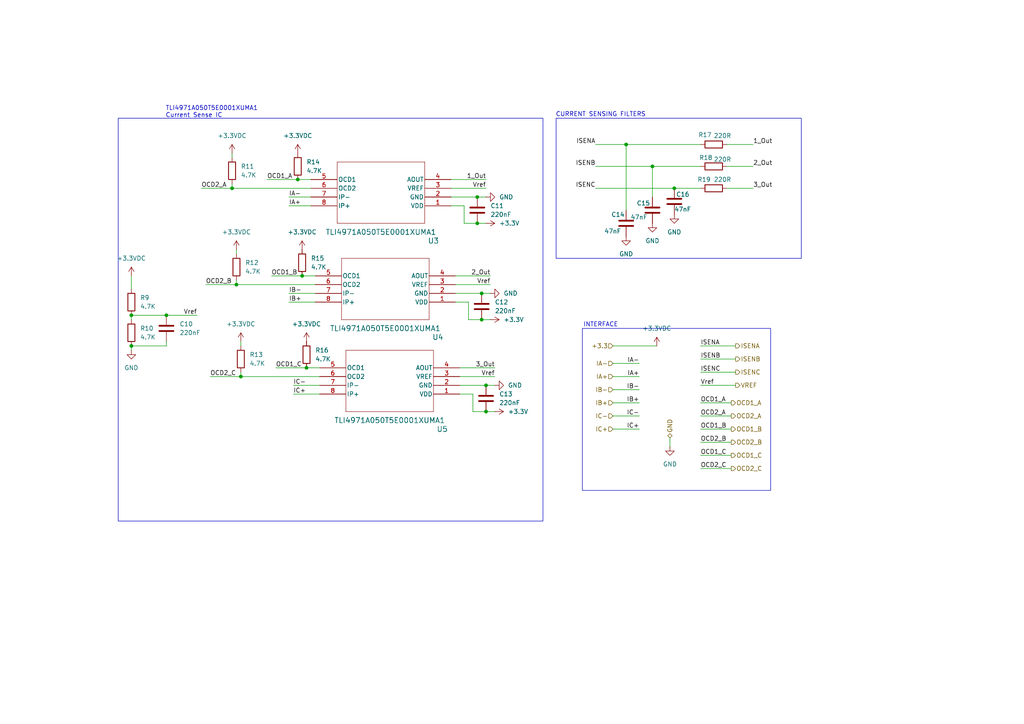
<source format=kicad_sch>
(kicad_sch (version 20250114) (generator "eeschema") (generator_version "9.0")
  (paper "A4")
  (title_block (date "2025-04-19") (rev "1"))
  (lib_symbols
    (symbol "Current Sense TLI4971A:TLI4971A120T5UE0001XUMA1" (pin_names (offset 0.254))
      (property "Reference" "U" (at 20.32 10.16 0))
      (property "Value" "TLI4971A120T5UE0001XUMA1" (at 20.32 7.62 0))
      (symbol "TLI4971A120T5UE0001XUMA1_0_1"
        (polyline (pts (xy 7.62 5.08) (xy 7.62 -12.7)) (stroke (width 0.127)))
        (polyline (pts (xy 7.62 -12.7) (xy 33.02 -12.7)) (stroke (width 0.127)))
        (polyline (pts (xy 33.02 5.08) (xy 7.62 5.08)) (stroke (width 0.127)))
        (polyline (pts (xy 33.02 -12.7) (xy 33.02 5.08)) (stroke (width 0.127)))
        (pin power_in line (at 0 0 0) (length 7.62) (name "VDD") (number "1"))
        (pin power_in line (at 0 -2.54 0) (length 7.62) (name "GND") (number "2"))
        (pin power_in line (at 0 -5.08 0) (length 7.62) (name "VREF") (number "3"))
        (pin output line (at 0 -7.62 0) (length 7.62) (name "AOUT") (number "4"))
        (pin power_in line (at 40.64 0 180) (length 7.62) (name "IP+") (number "8"))
        (pin power_in line (at 40.64 -2.54 180) (length 7.62) (name "IP-") (number "7"))
        (pin output line (at 40.64 -5.08 180) (length 7.62) (name "OCD2") (number "6"))
        (pin output line (at 40.64 -7.62 180) (length 7.62) (name "OCD1") (number "5"))
      )
    )
    (symbol "Device:C" (pin_numbers (hide yes)) (pin_names (offset 0.254))
      (property "Reference" "C" (at 0.635 2.54 0))
      (property "Value" "C" (at 0.635 -2.54 0))
      (symbol "C_0_1"
        (polyline (pts (xy -2.032 0.762) (xy 2.032 0.762)) (stroke (width 0.508)))
        (polyline (pts (xy -2.032 -0.762) (xy 2.032 -0.762)) (stroke (width 0.508)))
      )
      (symbol "C_1_1"
        (pin passive line (at 0 3.81 270) (length 2.794) (name "~") (number "1"))
        (pin passive line (at 0 -3.81 90) (length 2.794) (name "~") (number "2"))
      )
    )
    (symbol "Device:R" (pin_numbers (hide yes)) (pin_names (offset 0))
      (property "Reference" "R" (at 2.032 0 90))
      (property "Value" "R" (at 0 0 90))
      (symbol "R_0_1"
        (rectangle (start -1.016 -2.54) (end 1.016 2.54) (stroke (width 0.254)))
      )
      (symbol "R_1_1"
        (pin passive line (at 0 3.81 270) (length 1.27) (name "~") (number "1"))
        (pin passive line (at 0 -3.81 90) (length 1.27) (name "~") (number "2"))
      )
    )
    (symbol "power:+3.3V" (power) (pin_numbers (hide yes)) (pin_names (offset 0) (hide yes))
      (property "Value" "+3.3V" (at 0 3.556 0))
      (symbol "+3.3V_0_1"
        (polyline (pts (xy -0.762 1.27) (xy 0 2.54)))
        (polyline (pts (xy 0 2.54) (xy 0.762 1.27)))
        (polyline (pts (xy 0 0) (xy 0 2.54)))
      )
      (symbol "+3.3V_1_1"
        (pin power_in line (at 0 0 90) (length 0) (name "~") (number "1"))
      )
    )
    (symbol "power:GND" (power) (pin_numbers (hide yes)) (pin_names (offset 0) (hide yes))
      (property "Value" "GND" (at 0 -3.81 0))
      (symbol "GND_0_1"
        (polyline (pts (xy 0 0) (xy 0 -1.27) (xy 1.27 -1.27) (xy 0 -2.54) (xy -1.27 -1.27) (xy 0 -1.27)))
      )
      (symbol "GND_1_1"
        (pin power_in line (at 0 0 270) (length 0) (name "~") (number "1"))
      )
    )
  )
  (rectangle (start 168.91 95.25) (end 223.52 142.24))
  (rectangle (start 161.29 34.29) (end 232.41 74.93))
  (rectangle (start 34.29 34.29) (end 157.48 151.13))
  (text "CURRENT SENSING FILTERS" (at 174.244 33.274 0) (effects (font (size 1.27 1.27))))
  (text "INTERFACE" (at 174.244 94.234 0) (effects (font (size 1.27 1.27))))
  (text "TLI4971A050T5E0001XUMA1\nCurrent Sense IC" (at 48.006 32.512 0) (effects (font (size 1.27 1.27)) (justify left)))
  (junction (at 67.31 54.61))
  (junction (at 38.1 91.44))
  (junction (at 140.97 119.38))
  (junction (at 138.43 64.77))
  (junction (at 140.97 111.76))
  (junction (at 87.63 80.01))
  (junction (at 139.7 92.71))
  (junction (at 195.58 54.61))
  (junction (at 68.58 82.55))
  (junction (at 88.9 106.68))
  (junction (at 189.23 48.26))
  (junction (at 86.36 52.07))
  (junction (at 139.7 85.09))
  (junction (at 69.85 109.22))
  (junction (at 138.43 57.15))
  (junction (at 48.26 91.44))
  (junction (at 38.1 100.33))
  (junction (at 181.61 41.91))
  (wire (pts (xy 133.35 106.68) (xy 143.51 106.68)))
  (wire (pts (xy 181.61 41.91) (xy 181.61 60.96)))
  (wire (pts (xy 134.62 59.69) (xy 130.81 59.69)))
  (wire (pts (xy 67.31 54.61) (xy 90.17 54.61)))
  (wire (pts (xy 92.71 111.76) (xy 85.09 111.76)))
  (wire (pts (xy 210.82 54.61) (xy 218.44 54.61)))
  (wire (pts (xy 185.42 120.65) (xy 177.8 120.65)))
  (wire (pts (xy 143.51 111.76) (xy 140.97 111.76)))
  (wire (pts (xy 132.08 80.01) (xy 142.24 80.01)))
  (wire (pts (xy 77.47 52.07) (xy 86.36 52.07)))
  (wire (pts (xy 69.85 107.95) (xy 69.85 109.22)))
  (wire (pts (xy 138.43 64.77) (xy 134.62 64.77)))
  (wire (pts (xy 189.23 48.26) (xy 189.23 57.15)))
  (wire (pts (xy 83.82 87.63) (xy 91.44 87.63)))
  (wire (pts (xy 172.72 48.26) (xy 189.23 48.26)))
  (wire (pts (xy 38.1 100.33) (xy 38.1 101.6)))
  (wire (pts (xy 130.81 52.07) (xy 140.97 52.07)))
  (wire (pts (xy 68.58 81.28) (xy 68.58 82.55)))
  (wire (pts (xy 210.82 41.91) (xy 218.44 41.91)))
  (wire (pts (xy 38.1 91.44) (xy 48.26 91.44)))
  (wire (pts (xy 142.24 92.71) (xy 139.7 92.71)))
  (wire (pts (xy 203.2 116.84) (xy 212.09 116.84)))
  (wire (pts (xy 142.24 85.09) (xy 139.7 85.09)))
  (wire (pts (xy 142.24 82.55) (xy 132.08 82.55)))
  (wire (pts (xy 90.17 59.69) (xy 83.82 59.69)))
  (wire (pts (xy 90.17 57.15) (xy 83.82 57.15)))
  (wire (pts (xy 177.8 100.33) (xy 190.5 100.33)))
  (wire (pts (xy 140.97 54.61) (xy 130.81 54.61)))
  (wire (pts (xy 137.16 119.38) (xy 137.16 114.3)))
  (wire (pts (xy 134.62 64.77) (xy 134.62 59.69)))
  (wire (pts (xy 85.09 114.3) (xy 92.71 114.3)))
  (wire (pts (xy 91.44 80.01) (xy 87.63 80.01)))
  (wire (pts (xy 213.36 100.33) (xy 203.2 100.33)))
  (wire (pts (xy 185.42 116.84) (xy 177.8 116.84)))
  (wire (pts (xy 68.58 72.39) (xy 68.58 73.66)))
  (wire (pts (xy 185.42 105.41) (xy 177.8 105.41)))
  (wire (pts (xy 59.69 82.55) (xy 68.58 82.55)))
  (wire (pts (xy 203.2 132.08) (xy 212.09 132.08)))
  (wire (pts (xy 69.85 99.06) (xy 69.85 100.33)))
  (wire (pts (xy 140.97 111.76) (xy 133.35 111.76)))
  (wire (pts (xy 135.89 92.71) (xy 135.89 87.63)))
  (wire (pts (xy 143.51 109.22) (xy 133.35 109.22)))
  (wire (pts (xy 58.42 54.61) (xy 67.31 54.61)))
  (wire (pts (xy 185.42 109.22) (xy 177.8 109.22)))
  (wire (pts (xy 137.16 114.3) (xy 133.35 114.3)))
  (wire (pts (xy 67.31 53.34) (xy 67.31 54.61)))
  (wire (pts (xy 203.2 111.76) (xy 213.36 111.76)))
  (wire (pts (xy 140.97 57.15) (xy 138.43 57.15)))
  (wire (pts (xy 143.51 119.38) (xy 140.97 119.38)))
  (wire (pts (xy 140.97 119.38) (xy 137.16 119.38)))
  (wire (pts (xy 48.26 99.06) (xy 48.26 100.33)))
  (wire (pts (xy 80.01 106.68) (xy 88.9 106.68)))
  (wire (pts (xy 203.2 135.89) (xy 212.09 135.89)))
  (wire (pts (xy 48.26 91.44) (xy 57.15 91.44)))
  (wire (pts (xy 68.58 82.55) (xy 91.44 82.55)))
  (wire (pts (xy 172.72 54.61) (xy 195.58 54.61)))
  (wire (pts (xy 69.85 109.22) (xy 92.71 109.22)))
  (wire (pts (xy 78.74 80.01) (xy 87.63 80.01)))
  (wire (pts (xy 203.2 48.26) (xy 189.23 48.26)))
  (wire (pts (xy 213.36 107.95) (xy 203.2 107.95)))
  (wire (pts (xy 203.2 124.46) (xy 212.09 124.46)))
  (wire (pts (xy 139.7 85.09) (xy 132.08 85.09)))
  (wire (pts (xy 92.71 106.68) (xy 88.9 106.68)))
  (wire (pts (xy 140.97 64.77) (xy 138.43 64.77)))
  (wire (pts (xy 213.36 104.14) (xy 203.2 104.14)))
  (wire (pts (xy 38.1 80.01) (xy 38.1 83.82)))
  (wire (pts (xy 67.31 44.45) (xy 67.31 45.72)))
  (wire (pts (xy 139.7 92.71) (xy 135.89 92.71)))
  (wire (pts (xy 203.2 120.65) (xy 212.09 120.65)))
  (wire (pts (xy 210.82 48.26) (xy 218.44 48.26)))
  (wire (pts (xy 194.31 127) (xy 194.31 129.54)))
  (wire (pts (xy 38.1 91.44) (xy 38.1 92.71)))
  (wire (pts (xy 185.42 124.46) (xy 177.8 124.46)))
  (wire (pts (xy 90.17 52.07) (xy 86.36 52.07)))
  (wire (pts (xy 203.2 128.27) (xy 212.09 128.27)))
  (wire (pts (xy 172.72 41.91) (xy 181.61 41.91)))
  (wire (pts (xy 135.89 87.63) (xy 132.08 87.63)))
  (wire (pts (xy 203.2 41.91) (xy 181.61 41.91)))
  (wire (pts (xy 83.82 85.09) (xy 91.44 85.09)))
  (wire (pts (xy 185.42 113.03) (xy 177.8 113.03)))
  (wire (pts (xy 38.1 100.33) (xy 48.26 100.33)))
  (wire (pts (xy 138.43 57.15) (xy 130.81 57.15)))
  (wire (pts (xy 195.58 54.61) (xy 203.2 54.61)))
  (wire (pts (xy 60.96 109.22) (xy 69.85 109.22)))
  (label "OCD2_A" (at 58.42 54.61 0))
  (label "OCD2_B" (at 203.2 128.27 0))
  (label "OCD2_A" (at 203.2 120.65 0))
  (label "OCD2_B" (at 59.69 82.55 0))
  (label "OCD1_C" (at 80.01 106.68 0))
  (label "Vref" (at 203.2 111.76 0))
  (label "Vref" (at 57.15 91.44 180))
  (label "IB-" (at 185.42 113.03 180))
  (label "IA-" (at 185.42 105.41 180))
  (label "OCD1_A" (at 77.47 52.07 0))
  (label "Vref" (at 142.24 82.55 180))
  (label "OCD2_C" (at 60.96 109.22 0))
  (label "3_Out" (at 143.51 106.68 180))
  (label "IA+" (at 185.42 109.22 180))
  (label "ISENB" (at 172.72 48.26 180))
  (label "OCD1_B" (at 78.74 80.01 0))
  (label "OCD1_B" (at 203.2 124.46 0))
  (label "2_Out" (at 218.44 48.26 0))
  (label "OCD2_C" (at 203.2 135.89 0))
  (label "1_Out" (at 140.97 52.07 180))
  (label "IC+" (at 185.42 124.46 180))
  (label "IA-" (at 83.82 57.15 0))
  (label "ISENB" (at 203.2 104.14 0))
  (label "OCD1_C" (at 203.2 132.08 0))
  (label "IB+" (at 83.82 87.63 0))
  (label "ISENA" (at 203.2 100.33 0))
  (label "IB-" (at 83.82 85.09 0))
  (label "3_Out" (at 218.44 54.61 0))
  (label "ISENA" (at 172.72 41.91 180))
  (label "Vref" (at 143.51 109.22 180))
  (label "IC+" (at 85.09 114.3 0))
  (label "ISENC" (at 203.2 107.95 0))
  (label "IC-" (at 85.09 111.76 0))
  (label "1_Out" (at 218.44 41.91 0))
  (label "IA+" (at 83.82 59.69 0))
  (label "OCD1_A" (at 203.2 116.84 0))
  (label "Vref" (at 140.97 54.61 180))
  (label "ISENC" (at 172.72 54.61 180))
  (label "IC-" (at 185.42 120.65 180))
  (label "2_Out" (at 142.24 80.01 180))
  (label "IB+" (at 185.42 116.84 180))
  (hierarchical_label "ISENB" (shape output) (at 213.36 104.14 0))
  (hierarchical_label "VREF" (shape output) (at 213.36 111.76 0))
  (hierarchical_label "IB+" (shape input) (at 177.8 116.84 180))
  (hierarchical_label "IC-" (shape input) (at 177.8 120.65 180))
  (hierarchical_label "IC+" (shape input) (at 177.8 124.46 180))
  (hierarchical_label "OCD1_C" (shape output) (at 212.09 132.08 0))
  (hierarchical_label "OCD2_B" (shape output) (at 212.09 128.27 0))
  (hierarchical_label "OCD1_B" (shape output) (at 212.09 124.46 0))
  (hierarchical_label "OCD2_C" (shape output) (at 212.09 135.89 0))
  (hierarchical_label "IA-" (shape input) (at 177.8 105.41 180))
  (hierarchical_label "IB-" (shape input) (at 177.8 113.03 180))
  (hierarchical_label "ISENA" (shape output) (at 213.36 100.33 0))
  (hierarchical_label "OCD2_A" (shape output) (at 212.09 120.65 0))
  (hierarchical_label "GND" (shape bidirectional) (at 194.31 127 90))
  (hierarchical_label "IA+" (shape input) (at 177.8 109.22 180))
  (hierarchical_label "ISENC" (shape output) (at 213.36 107.95 0))
  (hierarchical_label "+3.3" (shape input) (at 177.8 100.33 180))
  (hierarchical_label "OCD1_A" (shape output) (at 212.09 116.84 0))
  (symbol (lib_id "Device:R") (at 86.36 48.26 0) (unit 1)
    (property "Reference" "R14" (at 88.9 46.9899 0) (effects (justify left)))
    (property "Value" "4.7K" (at 88.9 49.5299 0) (effects (justify left)))
    (property "Footprint" "Resistor_SMD:R_0805_2012Metric" (effects (hide yes)))
    (property "Description" "Resistor" (effects (hide yes)))
    (property "Part Number" "CRCW08054K70FKEAC" (effects (hide yes)))
  )
  (symbol (lib_id "Device:C") (at 181.61 64.77 0) (unit 1)
    (property "Reference" "C14" (at 177.292 62.23 0) (effects (justify left)))
    (property "Value" "47nF" (at 175.26 67.056 0) (effects (justify left)))
    (property "Footprint" "Capacitor_SMD:C_0805_2012Metric" (effects (hide yes)))
    (property "Description" "CAP CER 50V" (effects (hide yes)))
    (property "Part Number" "C0805C473K5RACTU" (effects (hide yes)))
  )
  (symbol (lib_id "power:+3.3V") (at 68.58 72.39 0) (unit 1)
    (property "Reference" "#PWR033" (effects (hide yes)))
    (property "Value" "+3.3VDC" (at 68.58 67.31 0))
    (property "Description" "Power symbol creates a global label with name \"+3.3V\"" (effects (hide yes)))
  )
  (symbol (lib_id "power:GND") (at 143.51 111.76 90) (unit 1)
    (property "Reference" "#PWR045" (effects (hide yes)))
    (property "Value" "GND" (at 147.32 111.7601 90) (effects (justify right)))
    (property "Description" "Power symbol creates a global label with name \"GND\" , ground" (effects (hide yes)))
  )
  (symbol (lib_id "power:+3.3V") (at 86.36 44.45 0) (unit 1)
    (property "Reference" "#PWR038" (effects (hide yes)))
    (property "Value" "+3.3VDC" (at 86.36 39.37 0))
    (property "Description" "Power symbol creates a global label with name \"+3.3V\"" (effects (hide yes)))
  )
  (symbol (lib_id "power:+3.3V") (at 142.24 92.71 270) (unit 1)
    (property "Reference" "#PWR044" (effects (hide yes)))
    (property "Value" "+3.3V" (at 146.05 92.7099 90) (effects (justify left)))
    (property "Description" "Power symbol creates a global label with name \"+3.3V\"" (effects (hide yes)))
  )
  (symbol (lib_id "power:+3.3V") (at 190.5 100.33 0) (unit 1)
    (property "Reference" "#PWR040" (effects (hide yes)))
    (property "Value" "+3.3VDC" (at 190.5 95.25 0))
    (property "Description" "Power symbol creates a global label with name \"+3.3V\"" (effects (hide yes)))
  )
  (symbol (lib_id "power:+3.3V") (at 87.63 72.39 0) (unit 1)
    (property "Reference" "#PWR036" (effects (hide yes)))
    (property "Value" "+3.3VDC" (at 87.63 67.31 0))
    (property "Description" "Power symbol creates a global label with name \"+3.3V\"" (effects (hide yes)))
  )
  (symbol (lib_id "Device:R") (at 88.9 102.87 0) (unit 1)
    (property "Reference" "R16" (at 91.44 101.5999 0) (effects (justify left)))
    (property "Value" "4.7K" (at 91.44 104.1399 0) (effects (justify left)))
    (property "Footprint" "Resistor_SMD:R_0805_2012Metric" (effects (hide yes)))
    (property "Description" "Resistor" (effects (hide yes)))
    (property "Part Number" "CRCW08054K70FKEAC" (effects (hide yes)))
  )
  (symbol (lib_id "power:+3.3V") (at 67.31 44.45 0) (unit 1)
    (property "Reference" "#PWR035" (effects (hide yes)))
    (property "Value" "+3.3VDC" (at 67.31 39.37 0))
    (property "Description" "Power symbol creates a global label with name \"+3.3V\"" (effects (hide yes)))
  )
  (symbol (lib_id "power:GND") (at 181.61 68.58 0) (unit 1)
    (property "Reference" "#PWR047" (effects (hide yes)))
    (property "Value" "GND" (at 181.61 73.66 0))
    (property "Description" "Power symbol creates a global label with name \"GND\" , ground" (effects (hide yes)))
  )
  (symbol (lib_id "power:GND") (at 194.31 129.54 0) (unit 1)
    (property "Reference" "#PWR050" (effects (hide yes)))
    (property "Value" "GND" (at 194.31 134.62 0))
    (property "Description" "Power symbol creates a global label with name \"GND\" , ground" (effects (hide yes)))
  )
  (symbol (lib_id "Device:R") (at 38.1 87.63 0) (unit 1)
    (property "Reference" "R9" (at 40.64 86.3599 0) (effects (justify left)))
    (property "Value" "4.7K" (at 40.64 88.8999 0) (effects (justify left)))
    (property "Footprint" "Resistor_SMD:R_0805_2012Metric" (effects (hide yes)))
    (property "Description" "Resistor" (effects (hide yes)))
    (property "Part Number" "CRCW08054K70FKEAC" (effects (hide yes)))
  )
  (symbol (lib_id "power:GND") (at 195.58 62.23 0) (unit 1)
    (property "Reference" "#PWR051" (effects (hide yes)))
    (property "Value" "GND" (at 195.58 67.31 0))
    (property "Description" "Power symbol creates a global label with name \"GND\" , ground" (effects (hide yes)))
  )
  (symbol (lib_id "power:+3.3V") (at 140.97 64.77 270) (unit 1)
    (property "Reference" "#PWR042" (effects (hide yes)))
    (property "Value" "+3.3V" (at 144.78 64.7699 90) (effects (justify left)))
    (property "Description" "Power symbol creates a global label with name \"+3.3V\"" (effects (hide yes)))
  )
  (symbol (lib_id "Device:R") (at 69.85 104.14 0) (unit 1)
    (property "Reference" "R13" (at 72.39 102.8699 0) (effects (justify left)))
    (property "Value" "4.7K" (at 72.39 105.4099 0) (effects (justify left)))
    (property "Footprint" "Resistor_SMD:R_0805_2012Metric" (effects (hide yes)))
    (property "Description" "Resistor" (effects (hide yes)))
    (property "Part Number" "CRCW08054K70FKEAC" (effects (hide yes)))
  )
  (symbol (lib_id "Device:C") (at 139.7 88.9 0) (unit 1)
    (property "Reference" "C12" (at 143.51 87.6299 0) (effects (justify left)))
    (property "Value" "220nF" (at 143.51 90.1699 0) (effects (justify left)))
    (property "Footprint" "Capacitor_SMD:C_0603_1608Metric" (effects (hide yes)))
    (property "Description" "Unpolarized capacitor 220nf, 25V" (effects (hide yes)))
    (property "Part Number" "CL21B224KAFNNNE" (effects (hide yes)))
  )
  (symbol (lib_id "Device:R") (at 207.01 41.91 270) (unit 1)
    (property "Reference" "R17" (at 204.47 39.116 90))
    (property "Value" "220R" (at 209.55 39.37 90))
    (property "Footprint" "Resistor_SMD:R_0805_2012Metric" (effects (hide yes)))
    (property "Datasheet" "CRGCQ0805F220R" (effects (hide yes)))
    (property "Description" "RES SMD 220 OHM 5% 1/8W 0805" (effects (hide yes)))
    (property "Part Number" "CRGCQ0805F220R" (effects (hide yes)))
  )
  (symbol (lib_id "Device:R") (at 87.63 76.2 0) (unit 1)
    (property "Reference" "R15" (at 90.17 74.9299 0) (effects (justify left)))
    (property "Value" "4.7K" (at 90.17 77.4699 0) (effects (justify left)))
    (property "Footprint" "Resistor_SMD:R_0805_2012Metric" (effects (hide yes)))
    (property "Description" "Resistor" (effects (hide yes)))
    (property "Part Number" "CRCW08054K70FKEAC" (effects (hide yes)))
  )
  (symbol (lib_id "power:+3.3V") (at 88.9 99.06 0) (unit 1)
    (property "Reference" "#PWR039" (effects (hide yes)))
    (property "Value" "+3.3VDC" (at 88.9 93.98 0))
    (property "Description" "Power symbol creates a global label with name \"+3.3V\"" (effects (hide yes)))
  )
  (symbol (lib_id "Device:C") (at 195.58 58.42 0) (unit 1)
    (property "Reference" "C16" (at 196.088 56.388 0) (effects (justify left)))
    (property "Value" "47nF" (at 195.58 60.706 0) (effects (justify left)))
    (property "Footprint" "Capacitor_SMD:C_0805_2012Metric" (effects (hide yes)))
    (property "Description" "CAP CER 50V" (effects (hide yes)))
    (property "Part Number" "C0805C473K5RACTU" (effects (hide yes)))
  )
  (symbol (lib_id "Device:C") (at 189.23 60.96 0) (unit 1)
    (property "Reference" "C15" (at 184.658 58.928 0) (effects (justify left)))
    (property "Value" "47nF" (at 182.88 62.992 0) (effects (justify left)))
    (property "Footprint" "Capacitor_SMD:C_0805_2012Metric" (effects (hide yes)))
    (property "Description" "CAP CER 50V" (effects (hide yes)))
    (property "Part Number" "C0805C473K5RACTU" (effects (hide yes)))
  )
  (symbol (lib_id "power:GND") (at 189.23 64.77 0) (unit 1)
    (property "Reference" "#PWR048" (effects (hide yes)))
    (property "Value" "GND" (at 189.23 69.85 0))
    (property "Description" "Power symbol creates a global label with name \"GND\" , ground" (effects (hide yes)))
  )
  (symbol (lib_id "power:+3.3V") (at 143.51 119.38 270) (unit 1)
    (property "Reference" "#PWR046" (effects (hide yes)))
    (property "Value" "+3.3V" (at 147.32 119.3799 90) (effects (justify left)))
    (property "Description" "Power symbol creates a global label with name \"+3.3V\"" (effects (hide yes)))
  )
  (symbol (lib_id "Device:C") (at 140.97 115.57 0) (unit 1)
    (property "Reference" "C13" (at 144.78 114.2999 0) (effects (justify left)))
    (property "Value" "220nF" (at 144.78 116.8399 0) (effects (justify left)))
    (property "Footprint" "Capacitor_SMD:C_0603_1608Metric" (effects (hide yes)))
    (property "Description" "Unpolarized capacitor 220nf, 25V" (effects (hide yes)))
    (property "Part Number" "CL21B224KAFNNNE" (effects (hide yes)))
  )
  (symbol (lib_id "Device:R") (at 207.01 48.26 270) (unit 1)
    (property "Reference" "R18" (at 204.724 45.72 90))
    (property "Value" "220R" (at 209.55 46.228 90))
    (property "Footprint" "Resistor_SMD:R_0805_2012Metric" (effects (hide yes)))
    (property "Datasheet" "CRGCQ0805F220R" (effects (hide yes)))
    (property "Description" "RES SMD 220 OHM 5% 1/8W 0805" (effects (hide yes)))
    (property "Part Number" "CRGCQ0805F220R" (effects (hide yes)))
  )
  (symbol (lib_id "power:GND") (at 140.97 57.15 90) (unit 1)
    (property "Reference" "#PWR041" (effects (hide yes)))
    (property "Value" "GND" (at 144.78 57.1501 90) (effects (justify right)))
    (property "Description" "Power symbol creates a global label with name \"GND\" , ground" (effects (hide yes)))
  )
  (symbol (lib_id "Device:R") (at 68.58 77.47 0) (unit 1)
    (property "Reference" "R12" (at 71.12 76.1999 0) (effects (justify left)))
    (property "Value" "4.7K" (at 71.12 78.7399 0) (effects (justify left)))
    (property "Footprint" "Resistor_SMD:R_0805_2012Metric" (effects (hide yes)))
    (property "Description" "Resistor" (effects (hide yes)))
    (property "Part Number" "CRCW08054K70FKEAC" (effects (hide yes)))
  )
  (symbol (lib_id "Device:R") (at 207.01 54.61 270) (unit 1)
    (property "Reference" "R19" (at 204.216 52.07 90))
    (property "Value" "220R" (at 209.55 52.07 90))
    (property "Footprint" "Resistor_SMD:R_0805_2012Metric" (effects (hide yes)))
    (property "Datasheet" "CRGCQ0805F220R" (effects (hide yes)))
    (property "Description" "RES SMD 220 OHM 5% 1/8W 0805" (effects (hide yes)))
    (property "Part Number" "CRGCQ0805F220R" (effects (hide yes)))
  )
  (symbol (lib_id "Device:R") (at 38.1 96.52 0) (unit 1)
    (property "Reference" "R10" (at 40.64 95.2499 0) (effects (justify left)))
    (property "Value" "4.7K" (at 40.64 97.7899 0) (effects (justify left)))
    (property "Footprint" "Resistor_SMD:R_0805_2012Metric" (effects (hide yes)))
    (property "Description" "Resistor" (effects (hide yes)))
    (property "Part Number" "CRCW08054K70FKEAC" (effects (hide yes)))
  )
  (symbol (lib_id "power:+3.3V") (at 69.85 99.06 0) (unit 1)
    (property "Reference" "#PWR037" (effects (hide yes)))
    (property "Value" "+3.3VDC" (at 69.85 93.98 0))
    (property "Description" "Power symbol creates a global label with name \"+3.3V\"" (effects (hide yes)))
  )
  (symbol (lib_id "power:GND") (at 38.1 101.6 0) (unit 1)
    (property "Reference" "#PWR034" (effects (hide yes)))
    (property "Value" "GND" (at 38.1 106.68 0))
    (property "Description" "Power symbol creates a global label with name \"GND\" , ground" (effects (hide yes)))
  )
  (symbol (lib_id "Current Sense TLI4971A:TLI4971A120T5UE0001XUMA1") (at 130.81 59.69 180) (unit 1)
    (property "Reference" "U3" (at 125.73 69.85 0) (effects (font (size 1.524 1.524))))
    (property "Value" "TLI4971A050T5E0001XUMA1" (at 110.49 67.31 0) (effects (font (size 1.524 1.524))))
    (property "Footprint" "TLI4971A:TLI4971A050T5UE0001XUMA1" (effects (hide yes)))
    (property "Datasheet" "https://www.infineon.com/dgdl/Infineon-TLI4971_25_50_75_120-DataSheet-v01_20-EN.pdf?fileId=5546d462700c0ae6017034d731621b09" (effects (hide yes)))
    (property "Description" "SENSOR CURRENT HALL 50A 8TISON" (effects (hide yes)))
    (property "Part Number" "TLI4971A050T5E0001XUMA1" (effects (hide yes)))
  )
  (symbol (lib_id "Current Sense TLI4971A:TLI4971A120T5UE0001XUMA1") (at 132.08 87.63 180) (unit 1)
    (property "Reference" "U4" (at 127 97.79 0) (effects (font (size 1.524 1.524))))
    (property "Value" "TLI4971A050T5E0001XUMA1" (at 111.76 95.25 0) (effects (font (size 1.524 1.524))))
    (property "Footprint" "TLI4971A:TLI4971A050T5UE0001XUMA1" (effects (hide yes)))
    (property "Datasheet" "https://www.infineon.com/dgdl/Infineon-TLI4971_25_50_75_120-DataSheet-v01_20-EN.pdf?fileId=5546d462700c0ae6017034d731621b09" (effects (hide yes)))
    (property "Description" "SENSOR CURRENT HALL 50A 8TISON" (effects (hide yes)))
  )
  (symbol (lib_id "Device:C") (at 48.26 95.25 0) (unit 1)
    (property "Reference" "C10" (at 52.07 93.9799 0) (effects (justify left)))
    (property "Value" "220nF" (at 52.07 96.5199 0) (effects (justify left)))
    (property "Footprint" "Capacitor_SMD:C_0603_1608Metric" (effects (hide yes)))
    (property "Description" "Unpolarized capacitor 220nf, 25V" (effects (hide yes)))
    (property "Part Number" "CL21B224KAFNNNE" (effects (hide yes)))
  )
  (symbol (lib_id "power:+3.3V") (at 38.1 80.01 0) (unit 1)
    (property "Reference" "#PWR020" (effects (hide yes)))
    (property "Value" "+3.3VDC" (at 38.1 74.93 0))
    (property "Description" "Power symbol creates a global label with name \"+3.3V\"" (effects (hide yes)))
  )
  (symbol (lib_id "Device:R") (at 67.31 49.53 0) (unit 1)
    (property "Reference" "R11" (at 69.85 48.2599 0) (effects (justify left)))
    (property "Value" "4.7K" (at 69.85 50.7999 0) (effects (justify left)))
    (property "Footprint" "Resistor_SMD:R_0805_2012Metric" (effects (hide yes)))
    (property "Description" "Resistor" (effects (hide yes)))
    (property "Part Number" "CRCW08054K70FKEAC" (effects (hide yes)))
  )
  (symbol (lib_id "power:GND") (at 142.24 85.09 90) (unit 1)
    (property "Reference" "#PWR043" (effects (hide yes)))
    (property "Value" "GND" (at 146.05 85.0901 90) (effects (justify right)))
    (property "Description" "Power symbol creates a global label with name \"GND\" , ground" (effects (hide yes)))
  )
  (symbol (lib_id "Device:C") (at 138.43 60.96 0) (unit 1)
    (property "Reference" "C11" (at 142.24 59.6899 0) (effects (justify left)))
    (property "Value" "220nF" (at 142.24 62.2299 0) (effects (justify left)))
    (property "Footprint" "Capacitor_SMD:C_0603_1608Metric" (effects (hide yes)))
    (property "Description" "Unpolarized capacitor 220nf, 25V" (effects (hide yes)))
    (property "Part Number" "CL21B224KAFNNNE" (effects (hide yes)))
  )
  (symbol (lib_id "Current Sense TLI4971A:TLI4971A120T5UE0001XUMA1") (at 133.35 114.3 180) (unit 1)
    (property "Reference" "U5" (at 128.27 124.46 0) (effects (font (size 1.524 1.524))))
    (property "Value" "TLI4971A050T5E0001XUMA1" (at 113.03 121.92 0) (effects (font (size 1.524 1.524))))
    (property "Footprint" "TLI4971A:TLI4971A050T5UE0001XUMA1" (effects (hide yes)))
    (property "Datasheet" "https://www.infineon.com/dgdl/Infineon-TLI4971_25_50_75_120-DataSheet-v01_20-EN.pdf?fileId=5546d462700c0ae6017034d731621b09" (effects (hide yes)))
    (property "Description" "SENSOR CURRENT HALL 50A 8TISON" (effects (hide yes)))
  )
)
</source>
